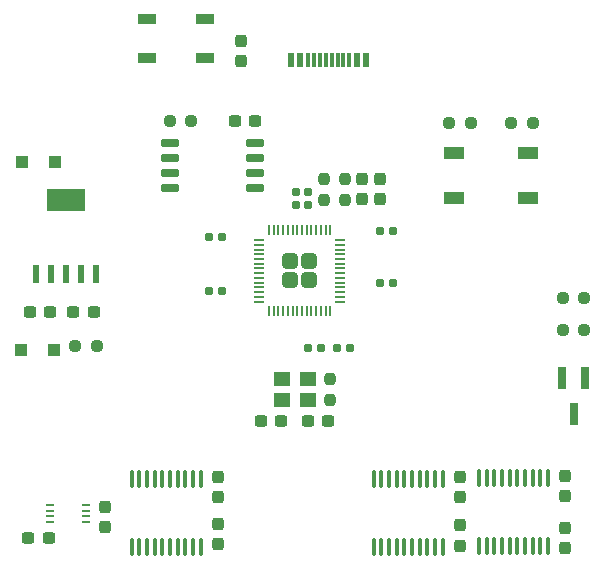
<source format=gtp>
G04 #@! TF.GenerationSoftware,KiCad,Pcbnew,(7.0.0)*
G04 #@! TF.CreationDate,2023-11-11T15:55:20+01:00*
G04 #@! TF.ProjectId,GameboyCartridgeV1.1,47616d65-626f-4794-9361-727472696467,rev?*
G04 #@! TF.SameCoordinates,Original*
G04 #@! TF.FileFunction,Paste,Top*
G04 #@! TF.FilePolarity,Positive*
%FSLAX46Y46*%
G04 Gerber Fmt 4.6, Leading zero omitted, Abs format (unit mm)*
G04 Created by KiCad (PCBNEW (7.0.0)) date 2023-11-11 15:55:20*
%MOMM*%
%LPD*%
G01*
G04 APERTURE LIST*
G04 Aperture macros list*
%AMRoundRect*
0 Rectangle with rounded corners*
0 $1 Rounding radius*
0 $2 $3 $4 $5 $6 $7 $8 $9 X,Y pos of 4 corners*
0 Add a 4 corners polygon primitive as box body*
4,1,4,$2,$3,$4,$5,$6,$7,$8,$9,$2,$3,0*
0 Add four circle primitives for the rounded corners*
1,1,$1+$1,$2,$3*
1,1,$1+$1,$4,$5*
1,1,$1+$1,$6,$7*
1,1,$1+$1,$8,$9*
0 Add four rect primitives between the rounded corners*
20,1,$1+$1,$2,$3,$4,$5,0*
20,1,$1+$1,$4,$5,$6,$7,0*
20,1,$1+$1,$6,$7,$8,$9,0*
20,1,$1+$1,$8,$9,$2,$3,0*%
G04 Aperture macros list end*
%ADD10R,0.600000X1.150000*%
%ADD11R,0.300000X1.150000*%
%ADD12RoundRect,0.155000X-0.212500X-0.155000X0.212500X-0.155000X0.212500X0.155000X-0.212500X0.155000X0*%
%ADD13RoundRect,0.237500X-0.237500X0.300000X-0.237500X-0.300000X0.237500X-0.300000X0.237500X0.300000X0*%
%ADD14RoundRect,0.237500X0.237500X-0.250000X0.237500X0.250000X-0.237500X0.250000X-0.237500X-0.250000X0*%
%ADD15RoundRect,0.237500X-0.237500X0.250000X-0.237500X-0.250000X0.237500X-0.250000X0.237500X0.250000X0*%
%ADD16RoundRect,0.155000X-0.155000X0.212500X-0.155000X-0.212500X0.155000X-0.212500X0.155000X0.212500X0*%
%ADD17RoundRect,0.155000X0.212500X0.155000X-0.212500X0.155000X-0.212500X-0.155000X0.212500X-0.155000X0*%
%ADD18R,1.700000X1.000000*%
%ADD19RoundRect,0.237500X0.250000X0.237500X-0.250000X0.237500X-0.250000X-0.237500X0.250000X-0.237500X0*%
%ADD20R,0.609600X1.625600*%
%ADD21R,3.175000X1.854200*%
%ADD22RoundRect,0.237500X-0.300000X-0.237500X0.300000X-0.237500X0.300000X0.237500X-0.300000X0.237500X0*%
%ADD23RoundRect,0.237500X0.237500X-0.300000X0.237500X0.300000X-0.237500X0.300000X-0.237500X-0.300000X0*%
%ADD24RoundRect,0.249999X-0.395001X-0.395001X0.395001X-0.395001X0.395001X0.395001X-0.395001X0.395001X0*%
%ADD25RoundRect,0.050000X-0.387500X-0.050000X0.387500X-0.050000X0.387500X0.050000X-0.387500X0.050000X0*%
%ADD26RoundRect,0.050000X-0.050000X-0.387500X0.050000X-0.387500X0.050000X0.387500X-0.050000X0.387500X0*%
%ADD27R,1.400000X1.200000*%
%ADD28RoundRect,0.237500X0.300000X0.237500X-0.300000X0.237500X-0.300000X-0.237500X0.300000X-0.237500X0*%
%ADD29RoundRect,0.237500X-0.250000X-0.237500X0.250000X-0.237500X0.250000X0.237500X-0.250000X0.237500X0*%
%ADD30R,1.500000X0.900000*%
%ADD31RoundRect,0.100000X-0.100000X0.637500X-0.100000X-0.637500X0.100000X-0.637500X0.100000X0.637500X0*%
%ADD32RoundRect,0.150000X-0.650000X-0.150000X0.650000X-0.150000X0.650000X0.150000X-0.650000X0.150000X0*%
%ADD33RoundRect,0.250000X-0.300000X-0.300000X0.300000X-0.300000X0.300000X0.300000X-0.300000X0.300000X0*%
%ADD34R,0.800000X1.900000*%
%ADD35RoundRect,0.250000X0.300000X0.300000X-0.300000X0.300000X-0.300000X-0.300000X0.300000X-0.300000X0*%
%ADD36R,0.750000X0.250000*%
G04 APERTURE END LIST*
D10*
X117359999Y-62739999D03*
X116559999Y-62739999D03*
D11*
X115409999Y-62739999D03*
X114409999Y-62739999D03*
X113909999Y-62739999D03*
X112909999Y-62739999D03*
D10*
X111759999Y-62739999D03*
X110959999Y-62739999D03*
X110959999Y-62739999D03*
X111759999Y-62739999D03*
D11*
X112409999Y-62739999D03*
X113409999Y-62739999D03*
X114909999Y-62739999D03*
X115909999Y-62739999D03*
D10*
X116559999Y-62739999D03*
X117359999Y-62739999D03*
D12*
X104032500Y-82300000D03*
X105167500Y-82300000D03*
D13*
X134200000Y-97937500D03*
X134200000Y-99662500D03*
D14*
X115500000Y-74612500D03*
X115500000Y-72787500D03*
D15*
X114300000Y-89737500D03*
X114300000Y-91562500D03*
D16*
X111400000Y-73932500D03*
X111400000Y-75067500D03*
X112400000Y-73932500D03*
X112400000Y-75067500D03*
D17*
X115967500Y-87100000D03*
X114832500Y-87100000D03*
X119627500Y-81600000D03*
X118492500Y-81600000D03*
D18*
X124759999Y-70649999D03*
X131059999Y-70649999D03*
X124759999Y-74449999D03*
X131059999Y-74449999D03*
D19*
X135812500Y-85600000D03*
X133987500Y-85600000D03*
D20*
X89359999Y-80873799D03*
X90629999Y-80873799D03*
X91899999Y-80873799D03*
X93169999Y-80873799D03*
X94439999Y-80873799D03*
D21*
X91899999Y-74599999D03*
D22*
X108437500Y-93300000D03*
X110162500Y-93300000D03*
D13*
X104800000Y-98037500D03*
X104800000Y-99762500D03*
D22*
X112387500Y-93300000D03*
X114112500Y-93300000D03*
D23*
X134200000Y-104062500D03*
X134200000Y-102337500D03*
X95200000Y-102312500D03*
X95200000Y-100587500D03*
X104800000Y-103762500D03*
X104800000Y-102037500D03*
D24*
X110900000Y-79800000D03*
X110900000Y-81400000D03*
X112500000Y-79800000D03*
X112500000Y-81400000D03*
D25*
X108262500Y-78000000D03*
X108262500Y-78400000D03*
X108262500Y-78800000D03*
X108262500Y-79200000D03*
X108262500Y-79600000D03*
X108262500Y-80000000D03*
X108262500Y-80400000D03*
X108262500Y-80800000D03*
X108262500Y-81200000D03*
X108262500Y-81600000D03*
X108262500Y-82000000D03*
X108262500Y-82400000D03*
X108262500Y-82800000D03*
X108262500Y-83200000D03*
D26*
X109100000Y-84037500D03*
X109500000Y-84037500D03*
X109900000Y-84037500D03*
X110300000Y-84037500D03*
X110700000Y-84037500D03*
X111100000Y-84037500D03*
X111500000Y-84037500D03*
X111900000Y-84037500D03*
X112300000Y-84037500D03*
X112700000Y-84037500D03*
X113100000Y-84037500D03*
X113500000Y-84037500D03*
X113900000Y-84037500D03*
X114300000Y-84037500D03*
D25*
X115137500Y-83200000D03*
X115137500Y-82800000D03*
X115137500Y-82400000D03*
X115137500Y-82000000D03*
X115137500Y-81600000D03*
X115137500Y-81200000D03*
X115137500Y-80800000D03*
X115137500Y-80400000D03*
X115137500Y-80000000D03*
X115137500Y-79600000D03*
X115137500Y-79200000D03*
X115137500Y-78800000D03*
X115137500Y-78400000D03*
X115137500Y-78000000D03*
D26*
X114300000Y-77162500D03*
X113900000Y-77162500D03*
X113500000Y-77162500D03*
X113100000Y-77162500D03*
X112700000Y-77162500D03*
X112300000Y-77162500D03*
X111900000Y-77162500D03*
X111500000Y-77162500D03*
X111100000Y-77162500D03*
X110700000Y-77162500D03*
X110300000Y-77162500D03*
X109900000Y-77162500D03*
X109500000Y-77162500D03*
X109100000Y-77162500D03*
D12*
X104032500Y-77700000D03*
X105167500Y-77700000D03*
D27*
X112399999Y-89799999D03*
X110199999Y-89799999D03*
X110199999Y-91499999D03*
X112399999Y-91499999D03*
D28*
X90462500Y-103200000D03*
X88737500Y-103200000D03*
D17*
X113517500Y-87100000D03*
X112382500Y-87100000D03*
D19*
X135812500Y-82900000D03*
X133987500Y-82900000D03*
D29*
X124387500Y-68100000D03*
X126212500Y-68100000D03*
D30*
X103649999Y-62549999D03*
X103649999Y-59249999D03*
X98749999Y-59249999D03*
X98749999Y-62549999D03*
D23*
X125300000Y-103862500D03*
X125300000Y-102137500D03*
D17*
X119617500Y-77200000D03*
X118482500Y-77200000D03*
D31*
X123825000Y-98237500D03*
X123175000Y-98237500D03*
X122525000Y-98237500D03*
X121875000Y-98237500D03*
X121225000Y-98237500D03*
X120575000Y-98237500D03*
X119925000Y-98237500D03*
X119275000Y-98237500D03*
X118625000Y-98237500D03*
X117975000Y-98237500D03*
X117975000Y-103962500D03*
X118625000Y-103962500D03*
X119275000Y-103962500D03*
X119925000Y-103962500D03*
X120575000Y-103962500D03*
X121225000Y-103962500D03*
X121875000Y-103962500D03*
X122525000Y-103962500D03*
X123175000Y-103962500D03*
X123825000Y-103962500D03*
D19*
X94512500Y-87000000D03*
X92687500Y-87000000D03*
D13*
X106700000Y-61137500D03*
X106700000Y-62862500D03*
D14*
X113800000Y-74612500D03*
X113800000Y-72787500D03*
D22*
X106237500Y-67900000D03*
X107962500Y-67900000D03*
X92537500Y-84100000D03*
X94262500Y-84100000D03*
D13*
X125300000Y-98037500D03*
X125300000Y-99762500D03*
D32*
X100700000Y-69795000D03*
X100700000Y-71065000D03*
X100700000Y-72335000D03*
X100700000Y-73605000D03*
X107900000Y-73605000D03*
X107900000Y-72335000D03*
X107900000Y-71065000D03*
X107900000Y-69795000D03*
D29*
X129627500Y-68100000D03*
X131452500Y-68100000D03*
D31*
X103325000Y-98237500D03*
X102675000Y-98237500D03*
X102025000Y-98237500D03*
X101375000Y-98237500D03*
X100725000Y-98237500D03*
X100075000Y-98237500D03*
X99425000Y-98237500D03*
X98775000Y-98237500D03*
X98125000Y-98237500D03*
X97475000Y-98237500D03*
X97475000Y-103962500D03*
X98125000Y-103962500D03*
X98775000Y-103962500D03*
X99425000Y-103962500D03*
X100075000Y-103962500D03*
X100725000Y-103962500D03*
X101375000Y-103962500D03*
X102025000Y-103962500D03*
X102675000Y-103962500D03*
X103325000Y-103962500D03*
X132725000Y-98137500D03*
X132075000Y-98137500D03*
X131425000Y-98137500D03*
X130775000Y-98137500D03*
X130125000Y-98137500D03*
X129475000Y-98137500D03*
X128825000Y-98137500D03*
X128175000Y-98137500D03*
X127525000Y-98137500D03*
X126875000Y-98137500D03*
X126875000Y-103862500D03*
X127525000Y-103862500D03*
X128175000Y-103862500D03*
X128825000Y-103862500D03*
X129475000Y-103862500D03*
X130125000Y-103862500D03*
X130775000Y-103862500D03*
X131425000Y-103862500D03*
X132075000Y-103862500D03*
X132725000Y-103862500D03*
D33*
X88200000Y-71400000D03*
X91000000Y-71400000D03*
D22*
X88837500Y-84100000D03*
X90562500Y-84100000D03*
D34*
X135849999Y-89699999D03*
X133949999Y-89699999D03*
X134899999Y-92699999D03*
D35*
X90900000Y-87300000D03*
X88100000Y-87300000D03*
D29*
X100687500Y-67900000D03*
X102512500Y-67900000D03*
D36*
X93649999Y-101899999D03*
X93649999Y-101399999D03*
X93649999Y-100899999D03*
X93649999Y-100399999D03*
X90549999Y-100399999D03*
X90549999Y-100899999D03*
X90549999Y-101399999D03*
X90549999Y-101899999D03*
D13*
X118500000Y-72837500D03*
X118500000Y-74562500D03*
X117000000Y-72837500D03*
X117000000Y-74562500D03*
M02*

</source>
